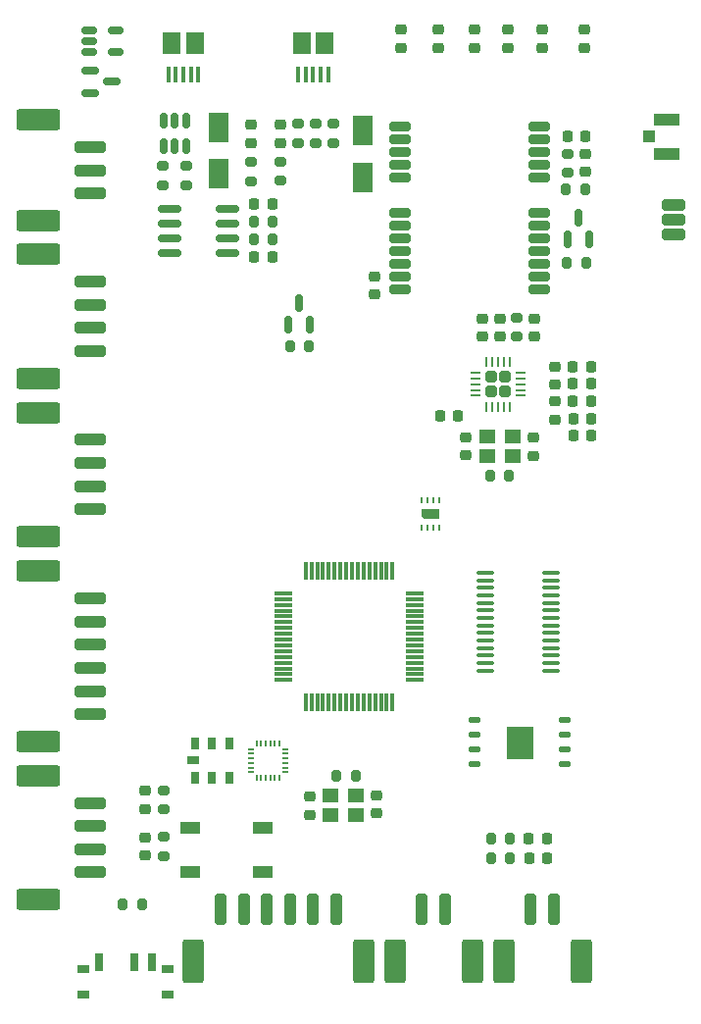
<source format=gbr>
%TF.GenerationSoftware,KiCad,Pcbnew,(6.0.0)*%
%TF.CreationDate,2022-03-02T14:27:29+07:00*%
%TF.ProjectId,FC-32,46432d33-322e-46b6-9963-61645f706362,rev?*%
%TF.SameCoordinates,Original*%
%TF.FileFunction,Paste,Top*%
%TF.FilePolarity,Positive*%
%FSLAX46Y46*%
G04 Gerber Fmt 4.6, Leading zero omitted, Abs format (unit mm)*
G04 Created by KiCad (PCBNEW (6.0.0)) date 2022-03-02 14:27:29*
%MOMM*%
%LPD*%
G01*
G04 APERTURE LIST*
G04 Aperture macros list*
%AMRoundRect*
0 Rectangle with rounded corners*
0 $1 Rounding radius*
0 $2 $3 $4 $5 $6 $7 $8 $9 X,Y pos of 4 corners*
0 Add a 4 corners polygon primitive as box body*
4,1,4,$2,$3,$4,$5,$6,$7,$8,$9,$2,$3,0*
0 Add four circle primitives for the rounded corners*
1,1,$1+$1,$2,$3*
1,1,$1+$1,$4,$5*
1,1,$1+$1,$6,$7*
1,1,$1+$1,$8,$9*
0 Add four rect primitives between the rounded corners*
20,1,$1+$1,$2,$3,$4,$5,0*
20,1,$1+$1,$4,$5,$6,$7,0*
20,1,$1+$1,$6,$7,$8,$9,0*
20,1,$1+$1,$8,$9,$2,$3,0*%
%AMFreePoly0*
4,1,6,0.450000,-0.800000,-0.450000,-0.800000,-0.450000,0.530000,-0.180000,0.800000,0.450000,0.800000,0.450000,-0.800000,0.450000,-0.800000,$1*%
G04 Aperture macros list end*
%ADD10C,0.010000*%
%ADD11RoundRect,0.218750X-0.218750X-0.256250X0.218750X-0.256250X0.218750X0.256250X-0.218750X0.256250X0*%
%ADD12RoundRect,0.218750X-0.256250X0.218750X-0.256250X-0.218750X0.256250X-0.218750X0.256250X0.218750X0*%
%ADD13RoundRect,0.225000X0.250000X-0.225000X0.250000X0.225000X-0.250000X0.225000X-0.250000X-0.225000X0*%
%ADD14RoundRect,0.150000X0.150000X-0.512500X0.150000X0.512500X-0.150000X0.512500X-0.150000X-0.512500X0*%
%ADD15RoundRect,0.200000X0.275000X-0.200000X0.275000X0.200000X-0.275000X0.200000X-0.275000X-0.200000X0*%
%ADD16RoundRect,0.150000X-0.825000X-0.150000X0.825000X-0.150000X0.825000X0.150000X-0.825000X0.150000X0*%
%ADD17RoundRect,0.225000X0.225000X0.250000X-0.225000X0.250000X-0.225000X-0.250000X0.225000X-0.250000X0*%
%ADD18RoundRect,0.200000X-0.200000X-0.275000X0.200000X-0.275000X0.200000X0.275000X-0.200000X0.275000X0*%
%ADD19RoundRect,0.200000X0.200000X0.275000X-0.200000X0.275000X-0.200000X-0.275000X0.200000X-0.275000X0*%
%ADD20RoundRect,0.250000X-0.250000X-1.100000X0.250000X-1.100000X0.250000X1.100000X-0.250000X1.100000X0*%
%ADD21RoundRect,0.250000X-0.650000X-1.650000X0.650000X-1.650000X0.650000X1.650000X-0.650000X1.650000X0*%
%ADD22RoundRect,0.200000X-0.275000X0.200000X-0.275000X-0.200000X0.275000X-0.200000X0.275000X0.200000X0*%
%ADD23RoundRect,0.250000X0.750000X0.250000X-0.750000X0.250000X-0.750000X-0.250000X0.750000X-0.250000X0*%
%ADD24R,1.400000X1.200000*%
%ADD25RoundRect,0.225000X-0.250000X0.225000X-0.250000X-0.225000X0.250000X-0.225000X0.250000X0.225000X0*%
%ADD26RoundRect,0.150000X0.150000X-0.587500X0.150000X0.587500X-0.150000X0.587500X-0.150000X-0.587500X0*%
%ADD27RoundRect,0.250000X-1.100000X0.250000X-1.100000X-0.250000X1.100000X-0.250000X1.100000X0.250000X0*%
%ADD28RoundRect,0.250000X-1.650000X0.650000X-1.650000X-0.650000X1.650000X-0.650000X1.650000X0.650000X0*%
%ADD29RoundRect,0.150000X-0.512500X-0.150000X0.512500X-0.150000X0.512500X0.150000X-0.512500X0.150000X0*%
%ADD30RoundRect,0.066000X0.404000X0.154000X-0.404000X0.154000X-0.404000X-0.154000X0.404000X-0.154000X0*%
%ADD31RoundRect,0.218750X0.256250X-0.218750X0.256250X0.218750X-0.256250X0.218750X-0.256250X-0.218750X0*%
%ADD32RoundRect,0.050000X-0.225000X-0.050000X0.225000X-0.050000X0.225000X0.050000X-0.225000X0.050000X0*%
%ADD33RoundRect,0.050000X0.050000X-0.225000X0.050000X0.225000X-0.050000X0.225000X-0.050000X-0.225000X0*%
%ADD34RoundRect,0.150000X-0.587500X-0.150000X0.587500X-0.150000X0.587500X0.150000X-0.587500X0.150000X0*%
%ADD35R,1.800000X2.500000*%
%ADD36RoundRect,0.250000X-0.255000X-0.255000X0.255000X-0.255000X0.255000X0.255000X-0.255000X0.255000X0*%
%ADD37RoundRect,0.062500X-0.350000X-0.062500X0.350000X-0.062500X0.350000X0.062500X-0.350000X0.062500X0*%
%ADD38RoundRect,0.062500X-0.062500X-0.350000X0.062500X-0.350000X0.062500X0.350000X-0.062500X0.350000X0*%
%ADD39R,1.000000X0.800000*%
%ADD40R,0.700000X1.500000*%
%ADD41RoundRect,0.100000X0.637500X0.100000X-0.637500X0.100000X-0.637500X-0.100000X0.637500X-0.100000X0*%
%ADD42R,0.800000X1.000000*%
%ADD43RoundRect,0.075000X0.075000X-0.700000X0.075000X0.700000X-0.075000X0.700000X-0.075000X-0.700000X0*%
%ADD44RoundRect,0.075000X0.700000X-0.075000X0.700000X0.075000X-0.700000X0.075000X-0.700000X-0.075000X0*%
%ADD45RoundRect,0.200000X0.700000X0.200000X-0.700000X0.200000X-0.700000X-0.200000X0.700000X-0.200000X0*%
%ADD46R,1.700000X1.000000*%
%ADD47RoundRect,0.225000X-0.225000X-0.250000X0.225000X-0.250000X0.225000X0.250000X-0.225000X0.250000X0*%
%ADD48FreePoly0,90.000000*%
%ADD49R,0.250000X0.550000*%
%ADD50R,0.400000X1.350000*%
%ADD51R,1.500000X1.900000*%
%ADD52R,1.050000X1.000000*%
%ADD53R,2.200000X1.050000*%
G04 APERTURE END LIST*
D10*
%TO.C,U9*%
X176200610Y-118850000D02*
X174050000Y-118850000D01*
X174050000Y-118850000D02*
X174050000Y-116149230D01*
X174050000Y-116149230D02*
X176200610Y-116149230D01*
X176200610Y-116149230D02*
X176200610Y-118850000D01*
G36*
X176200610Y-118850000D02*
G01*
X174050000Y-118850000D01*
X174050000Y-116149230D01*
X176200610Y-116149230D01*
X176200610Y-118850000D01*
G37*
X176200610Y-118850000D02*
X174050000Y-118850000D01*
X174050000Y-116149230D01*
X176200610Y-116149230D01*
X176200610Y-118850000D01*
%TD*%
D11*
%TO.C,D2*%
X175937500Y-127500000D03*
X177512500Y-127500000D03*
%TD*%
D12*
%TO.C,D11*%
X168100000Y-56025000D03*
X168100000Y-57600000D03*
%TD*%
D13*
%TO.C,C29*%
X171900000Y-82475000D03*
X171900000Y-80925000D03*
%TD*%
D14*
%TO.C,U11*%
X144418000Y-66097000D03*
X145368000Y-66097000D03*
X146318000Y-66097000D03*
X146318000Y-63822000D03*
X145368000Y-63822000D03*
X144418000Y-63822000D03*
%TD*%
D15*
%TO.C,R29*%
X144400000Y-127350000D03*
X144400000Y-125700000D03*
%TD*%
D16*
%TO.C,U12*%
X144925000Y-71436500D03*
X144925000Y-72706500D03*
X144925000Y-73976500D03*
X144925000Y-75246500D03*
X149875000Y-75246500D03*
X149875000Y-73976500D03*
X149875000Y-72706500D03*
X149875000Y-71436500D03*
%TD*%
D13*
%TO.C,C11*%
X157000000Y-123775000D03*
X157000000Y-122225000D03*
%TD*%
D17*
%TO.C,C31*%
X169800000Y-89300000D03*
X168250000Y-89300000D03*
%TD*%
D18*
%TO.C,R27*%
X152163000Y-74103500D03*
X153813000Y-74103500D03*
%TD*%
D19*
%TO.C,R19*%
X155290000Y-83370000D03*
X156940000Y-83370000D03*
%TD*%
D20*
%TO.C,J6*%
X166700000Y-131950000D03*
X168700000Y-131950000D03*
D21*
X164350000Y-136400000D03*
X171050000Y-136400000D03*
%TD*%
D22*
%TO.C,R13*%
X174900000Y-80875000D03*
X174900000Y-82525000D03*
%TD*%
%TO.C,R25*%
X154512000Y-67373500D03*
X154512000Y-69023500D03*
%TD*%
%TO.C,R20*%
X157560000Y-64134500D03*
X157560000Y-65784500D03*
%TD*%
D23*
%TO.C,I2C1*%
X188400000Y-73670000D03*
X188400000Y-72400000D03*
X188400000Y-71130000D03*
%TD*%
D19*
%TO.C,R4*%
X174325000Y-125800000D03*
X172675000Y-125800000D03*
%TD*%
D22*
%TO.C,R21*%
X159084000Y-64134500D03*
X159084000Y-65784500D03*
%TD*%
D24*
%TO.C,Y2*%
X172300000Y-92825000D03*
X174500000Y-92825000D03*
X174500000Y-91125000D03*
X172300000Y-91125000D03*
%TD*%
D18*
%TO.C,R28*%
X152163000Y-72579500D03*
X153813000Y-72579500D03*
%TD*%
D17*
%TO.C,C37*%
X181275000Y-86575000D03*
X179725000Y-86575000D03*
%TD*%
D25*
%TO.C,C34*%
X176300000Y-91225000D03*
X176300000Y-92775000D03*
%TD*%
D12*
%TO.C,D13*%
X177100000Y-56025000D03*
X177100000Y-57600000D03*
%TD*%
D26*
%TO.C,Q2*%
X155140000Y-81507500D03*
X157040000Y-81507500D03*
X156090000Y-79632500D03*
%TD*%
D27*
%TO.C,UART1*%
X138050000Y-122750000D03*
X138050000Y-124750000D03*
X138050000Y-126750000D03*
X138050000Y-128750000D03*
D28*
X133600000Y-120400000D03*
X133600000Y-131100000D03*
%TD*%
D15*
%TO.C,R10*%
X179300000Y-68350000D03*
X179300000Y-66700000D03*
%TD*%
D29*
%TO.C,U14*%
X137962500Y-56050000D03*
X137962500Y-57000000D03*
X137962500Y-57950000D03*
X140237500Y-57950000D03*
X140237500Y-56050000D03*
%TD*%
D20*
%TO.C,J1*%
X176100000Y-131950000D03*
X178100000Y-131950000D03*
D21*
X173750000Y-136400000D03*
X180450000Y-136400000D03*
%TD*%
D30*
%TO.C,U9*%
X179020000Y-119405000D03*
X179020000Y-118135000D03*
X179020000Y-116865000D03*
X179020000Y-115595000D03*
X171230000Y-115595000D03*
X171230000Y-116865000D03*
X171230000Y-118135000D03*
X171230000Y-119405000D03*
%TD*%
D27*
%TO.C,SBUS1*%
X138050000Y-91400000D03*
X138050000Y-93400000D03*
X138050000Y-95400000D03*
X138050000Y-97400000D03*
D28*
X133600000Y-99750000D03*
X133600000Y-89050000D03*
%TD*%
D19*
%TO.C,R3*%
X160950000Y-120425000D03*
X159300000Y-120425000D03*
%TD*%
D18*
%TO.C,R11*%
X179200000Y-76100000D03*
X180850000Y-76100000D03*
%TD*%
D31*
%TO.C,D8*%
X151972000Y-65772500D03*
X151972000Y-64197500D03*
%TD*%
D22*
%TO.C,R22*%
X156036000Y-64134500D03*
X156036000Y-65784500D03*
%TD*%
D12*
%TO.C,D10*%
X171200000Y-56012500D03*
X171200000Y-57587500D03*
%TD*%
D32*
%TO.C,U5*%
X151900000Y-118100000D03*
X151900000Y-118500000D03*
X151900000Y-118900000D03*
X151900000Y-119300000D03*
X151900000Y-119700000D03*
X151900000Y-120100000D03*
D33*
X152400000Y-120600000D03*
X152800000Y-120600000D03*
X153200000Y-120600000D03*
X153600000Y-120600000D03*
X154000000Y-120600000D03*
X154400000Y-120600000D03*
D32*
X154900000Y-120100000D03*
X154900000Y-119700000D03*
X154900000Y-119300000D03*
X154900000Y-118900000D03*
X154900000Y-118500000D03*
X154900000Y-118100000D03*
D33*
X154400000Y-117600000D03*
X154000000Y-117600000D03*
X153600000Y-117600000D03*
X153200000Y-117600000D03*
X152800000Y-117600000D03*
X152400000Y-117600000D03*
%TD*%
D34*
%TO.C,Q3*%
X138062500Y-59550000D03*
X138062500Y-61450000D03*
X139937500Y-60500000D03*
%TD*%
D18*
%TO.C,R2*%
X140875000Y-131500000D03*
X142525000Y-131500000D03*
%TD*%
D27*
%TO.C,ST-Link1*%
X138050000Y-77750000D03*
X138050000Y-79750000D03*
X138050000Y-81750000D03*
X138050000Y-83750000D03*
D28*
X133600000Y-75400000D03*
X133600000Y-86100000D03*
%TD*%
D27*
%TO.C,RCIN1*%
X138050000Y-105100000D03*
X138050000Y-107100000D03*
X138050000Y-109100000D03*
X138050000Y-111100000D03*
X138050000Y-113100000D03*
X138050000Y-115100000D03*
D28*
X133600000Y-117450000D03*
X133600000Y-102750000D03*
%TD*%
D13*
%TO.C,C32*%
X176400000Y-82475000D03*
X176400000Y-80925000D03*
%TD*%
D20*
%TO.C,ADC1*%
X149300000Y-131950000D03*
X151300000Y-131950000D03*
X153300000Y-131950000D03*
X155300000Y-131950000D03*
X157300000Y-131950000D03*
X159300000Y-131950000D03*
D21*
X146950000Y-136400000D03*
X161650000Y-136400000D03*
%TD*%
D35*
%TO.C,D7*%
X149178000Y-68451500D03*
X149178000Y-64451500D03*
%TD*%
D19*
%TO.C,R9*%
X180800000Y-69800000D03*
X179150000Y-69800000D03*
%TD*%
D36*
%TO.C,U8*%
X172650000Y-85975000D03*
X173900000Y-87225000D03*
X172650000Y-87225000D03*
X173900000Y-85975000D03*
D37*
X171337500Y-85600000D03*
X171337500Y-86100000D03*
X171337500Y-86600000D03*
X171337500Y-87100000D03*
X171337500Y-87600000D03*
D38*
X172275000Y-88537500D03*
X172775000Y-88537500D03*
X173275000Y-88537500D03*
X173775000Y-88537500D03*
X174275000Y-88537500D03*
D37*
X175212500Y-87600000D03*
X175212500Y-87100000D03*
X175212500Y-86600000D03*
X175212500Y-86100000D03*
X175212500Y-85600000D03*
D38*
X174275000Y-84662500D03*
X173775000Y-84662500D03*
X173275000Y-84662500D03*
X172775000Y-84662500D03*
X172275000Y-84662500D03*
%TD*%
D15*
%TO.C,R1*%
X144400000Y-123325000D03*
X144400000Y-121675000D03*
%TD*%
D22*
%TO.C,R23*%
X144352000Y-67753500D03*
X144352000Y-69403500D03*
%TD*%
D35*
%TO.C,D5*%
X161624000Y-68737500D03*
X161624000Y-64737500D03*
%TD*%
D31*
%TO.C,D6*%
X154512000Y-65772500D03*
X154512000Y-64197500D03*
%TD*%
D12*
%TO.C,L5*%
X178200000Y-88075000D03*
X178200000Y-89650000D03*
%TD*%
D39*
%TO.C,BOOT1*%
X137450000Y-139330000D03*
X144750000Y-137120000D03*
X137450000Y-137120000D03*
X144750000Y-139330000D03*
D40*
X138850000Y-136470000D03*
X141850000Y-136470000D03*
X143350000Y-136470000D03*
%TD*%
D12*
%TO.C,D14*%
X174100000Y-56025000D03*
X174100000Y-57600000D03*
%TD*%
%TO.C,L3*%
X178200000Y-85075000D03*
X178200000Y-86650000D03*
%TD*%
D11*
%TO.C,D1*%
X175900000Y-125800000D03*
X177475000Y-125800000D03*
%TD*%
%TO.C,L2*%
X179260000Y-65250000D03*
X180835000Y-65250000D03*
%TD*%
D13*
%TO.C,C28*%
X180800000Y-68300000D03*
X180800000Y-66750000D03*
%TD*%
D17*
%TO.C,C42*%
X153776000Y-71055500D03*
X152226000Y-71055500D03*
%TD*%
D19*
%TO.C,R14*%
X174225000Y-94475000D03*
X172575000Y-94475000D03*
%TD*%
D41*
%TO.C,U10*%
X177862500Y-111325000D03*
X177862500Y-110675000D03*
X177862500Y-110025000D03*
X177862500Y-109375000D03*
X177862500Y-108725000D03*
X177862500Y-108075000D03*
X177862500Y-107425000D03*
X177862500Y-106775000D03*
X177862500Y-106125000D03*
X177862500Y-105475000D03*
X177862500Y-104825000D03*
X177862500Y-104175000D03*
X177862500Y-103525000D03*
X177862500Y-102875000D03*
X172137500Y-102875000D03*
X172137500Y-103525000D03*
X172137500Y-104175000D03*
X172137500Y-104825000D03*
X172137500Y-105475000D03*
X172137500Y-106125000D03*
X172137500Y-106775000D03*
X172137500Y-107425000D03*
X172137500Y-108075000D03*
X172137500Y-108725000D03*
X172137500Y-109375000D03*
X172137500Y-110025000D03*
X172137500Y-110675000D03*
X172137500Y-111325000D03*
%TD*%
D42*
%TO.C,U6*%
X147075000Y-120600000D03*
X148575000Y-120600000D03*
X150075000Y-120600000D03*
X150075000Y-117600000D03*
X148575000Y-117600000D03*
X147075000Y-117600000D03*
D39*
X146975000Y-119100000D03*
%TD*%
D22*
%TO.C,R24*%
X146384000Y-67753500D03*
X146384000Y-69403500D03*
%TD*%
D19*
%TO.C,R5*%
X174325000Y-127500000D03*
X172675000Y-127500000D03*
%TD*%
D27*
%TO.C,LED1*%
X138050000Y-66150000D03*
X138050000Y-68150000D03*
X138050000Y-70150000D03*
D28*
X133600000Y-72500000D03*
X133600000Y-63800000D03*
%TD*%
D11*
%TO.C,L4*%
X179700000Y-85075000D03*
X181275000Y-85075000D03*
%TD*%
D31*
%TO.C,D9*%
X142800000Y-127300000D03*
X142800000Y-125725000D03*
%TD*%
D43*
%TO.C,U1*%
X156650000Y-114075000D03*
X157150000Y-114075000D03*
X157650000Y-114075000D03*
X158150000Y-114075000D03*
X158650000Y-114075000D03*
X159150000Y-114075000D03*
X159650000Y-114075000D03*
X160150000Y-114075000D03*
X160650000Y-114075000D03*
X161150000Y-114075000D03*
X161650000Y-114075000D03*
X162150000Y-114075000D03*
X162650000Y-114075000D03*
X163150000Y-114075000D03*
X163650000Y-114075000D03*
X164150000Y-114075000D03*
D44*
X166075000Y-112150000D03*
X166075000Y-111650000D03*
X166075000Y-111150000D03*
X166075000Y-110650000D03*
X166075000Y-110150000D03*
X166075000Y-109650000D03*
X166075000Y-109150000D03*
X166075000Y-108650000D03*
X166075000Y-108150000D03*
X166075000Y-107650000D03*
X166075000Y-107150000D03*
X166075000Y-106650000D03*
X166075000Y-106150000D03*
X166075000Y-105650000D03*
X166075000Y-105150000D03*
X166075000Y-104650000D03*
D43*
X164150000Y-102725000D03*
X163650000Y-102725000D03*
X163150000Y-102725000D03*
X162650000Y-102725000D03*
X162150000Y-102725000D03*
X161650000Y-102725000D03*
X161150000Y-102725000D03*
X160650000Y-102725000D03*
X160150000Y-102725000D03*
X159650000Y-102725000D03*
X159150000Y-102725000D03*
X158650000Y-102725000D03*
X158150000Y-102725000D03*
X157650000Y-102725000D03*
X157150000Y-102725000D03*
X156650000Y-102725000D03*
D44*
X154725000Y-104650000D03*
X154725000Y-105150000D03*
X154725000Y-105650000D03*
X154725000Y-106150000D03*
X154725000Y-106650000D03*
X154725000Y-107150000D03*
X154725000Y-107650000D03*
X154725000Y-108150000D03*
X154725000Y-108650000D03*
X154725000Y-109150000D03*
X154725000Y-109650000D03*
X154725000Y-110150000D03*
X154725000Y-110650000D03*
X154725000Y-111150000D03*
X154725000Y-111650000D03*
X154725000Y-112150000D03*
%TD*%
D13*
%TO.C,C27*%
X162600000Y-78850000D03*
X162600000Y-77300000D03*
%TD*%
D45*
%TO.C,U7*%
X176800000Y-78400000D03*
X176800000Y-77300000D03*
X176800000Y-76200000D03*
X176800000Y-75100000D03*
X176800000Y-74000000D03*
X176800000Y-72900000D03*
X176800000Y-71800000D03*
X176800000Y-68800000D03*
X176800000Y-67700000D03*
X176800000Y-66600000D03*
X176800000Y-65500000D03*
X176800000Y-64400000D03*
X164800000Y-64400000D03*
X164800000Y-65500000D03*
X164800000Y-66600000D03*
X164800000Y-67700000D03*
X164800000Y-68800000D03*
X164800000Y-71800000D03*
X164800000Y-72900000D03*
X164800000Y-74000000D03*
X164800000Y-75100000D03*
X164800000Y-76200000D03*
X164800000Y-77300000D03*
X164800000Y-78400000D03*
%TD*%
D26*
%TO.C,Q1*%
X179250000Y-74137500D03*
X181150000Y-74137500D03*
X180200000Y-72262500D03*
%TD*%
D46*
%TO.C,Reset1*%
X146650000Y-128700000D03*
X152950000Y-128700000D03*
X146650000Y-124900000D03*
X152950000Y-124900000D03*
%TD*%
D47*
%TO.C,C35*%
X179750000Y-91075000D03*
X181300000Y-91075000D03*
%TD*%
D48*
%TO.C,U13*%
X167400000Y-97800000D03*
D49*
X166650000Y-98975000D03*
X167150000Y-98975000D03*
X167650000Y-98975000D03*
X168150000Y-98975000D03*
X168150000Y-96625000D03*
X167650000Y-96625000D03*
X167150000Y-96625000D03*
X166650000Y-96625000D03*
%TD*%
D47*
%TO.C,C36*%
X179750000Y-89575000D03*
X181300000Y-89575000D03*
%TD*%
D50*
%TO.C,J4*%
X158600000Y-59904000D03*
X157950000Y-59904000D03*
X157300000Y-59904000D03*
X156650000Y-59904000D03*
X156000000Y-59904000D03*
D51*
X158300000Y-57204000D03*
X156300000Y-57204000D03*
%TD*%
D52*
%TO.C,J2*%
X186275000Y-65250000D03*
D53*
X187800000Y-63775000D03*
X187800000Y-66725000D03*
%TD*%
D31*
%TO.C,D4*%
X180700000Y-57575000D03*
X180700000Y-56000000D03*
%TD*%
D17*
%TO.C,C41*%
X153775000Y-75600000D03*
X152225000Y-75600000D03*
%TD*%
D25*
%TO.C,C12*%
X162800000Y-122075000D03*
X162800000Y-123625000D03*
%TD*%
D12*
%TO.C,D12*%
X164900000Y-56012500D03*
X164900000Y-57587500D03*
%TD*%
D24*
%TO.C,Y1*%
X158800000Y-123825000D03*
X161000000Y-123825000D03*
X161000000Y-122125000D03*
X158800000Y-122125000D03*
%TD*%
D22*
%TO.C,R26*%
X151972000Y-67436500D03*
X151972000Y-69086500D03*
%TD*%
D17*
%TO.C,C38*%
X181275000Y-88075000D03*
X179725000Y-88075000D03*
%TD*%
D50*
%TO.C,J5*%
X147400000Y-59900000D03*
X146750000Y-59900000D03*
X146100000Y-59900000D03*
X145450000Y-59900000D03*
X144800000Y-59900000D03*
D51*
X147100000Y-57200000D03*
X145100000Y-57200000D03*
%TD*%
D25*
%TO.C,C10*%
X142800000Y-121725000D03*
X142800000Y-123275000D03*
%TD*%
D13*
%TO.C,C30*%
X173400000Y-82475000D03*
X173400000Y-80925000D03*
%TD*%
%TO.C,C33*%
X170500000Y-92750000D03*
X170500000Y-91200000D03*
%TD*%
M02*

</source>
